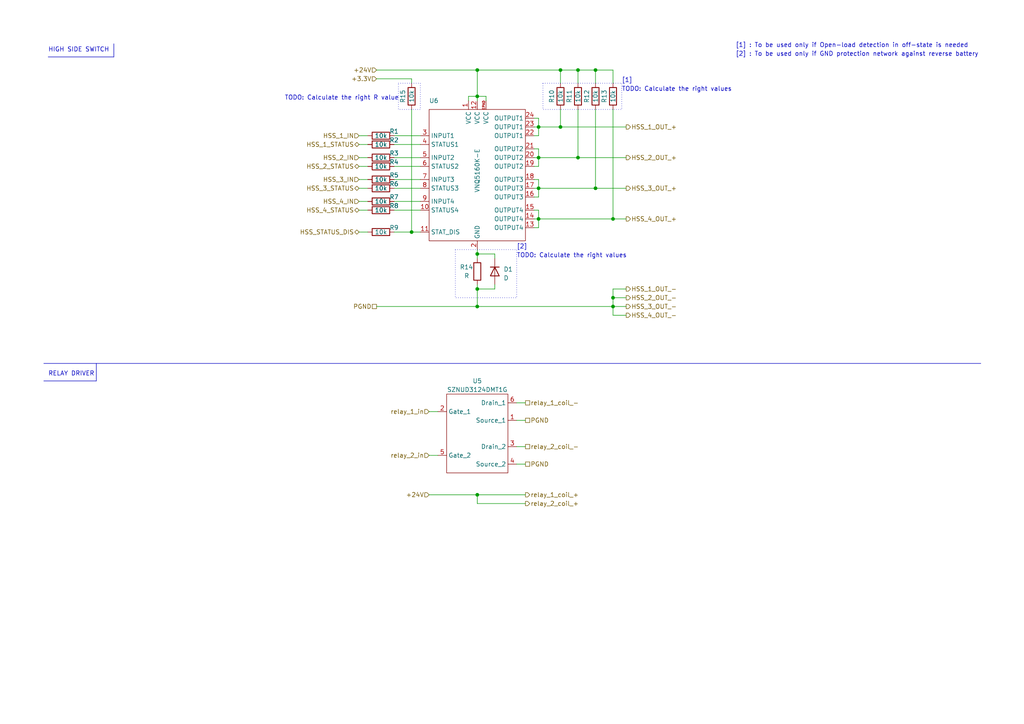
<source format=kicad_sch>
(kicad_sch (version 20230121) (generator eeschema)
  (paper "A4")
  (lib_symbols
    (symbol "180_active_driver_relay:SZNUD3124DMT1G"
      (property "Reference" "U" (at -7.62 12.7 0))
      (property "Value" "SZNUD3124DMT1G" (at 0 -12.7 0))
      (symbol "SZNUD3124DMT1G_0_1"
        (rectangle (start -8.89 11.43) (end 8.89 -11.43))
      )
      (symbol "SZNUD3124DMT1G_1_1"
        (pin output line (at 11.43 3.81 180) (length 2.54) (name "Source_1") (number "1"))
        (pin input line (at -11.43 6.35 0) (length 2.54) (name "Gate_1") (number "2"))
        (pin input line (at 11.43 -3.81 180) (length 2.54) (name "Drain_2") (number "3"))
        (pin output line (at 11.43 -8.89 180) (length 2.54) (name "Source_2") (number "4"))
        (pin input line (at -11.43 -6.35 0) (length 2.54) (name "Gate_2") (number "5"))
        (pin input line (at 11.43 8.89 180) (length 2.54) (name "Drain_1") (number "6"))
      )
    )
    (symbol "190_active_high_side_switches:VNQ5160K"
      (property "Reference" "U" (at -13.97 20.32 0))
      (property "Value" "VNQ5160K-E" (at 0 0 90))
      (symbol "VNQ5160K_0_1"
        (rectangle (start -13.97 17.78) (end 13.97 -20.32))
      )
      (symbol "VNQ5160K_1_1"
        (pin power_in line (at -2.54 20.32 270) (length 2.54) (name "VCC") (number "1"))
        (pin open_collector line (at -16.51 -11.43 0) (length 2.54) (name "STATUS4") (number "10"))
        (pin input line (at -16.51 -17.78 0) (length 2.54) (name "STAT_DIS") (number "11"))
        (pin power_in line (at 0 20.32 270) (length 2.54) (name "VCC") (number "12"))
        (pin power_out line (at 16.51 -16.51 180) (length 2.54) (name "OUTPUT4") (number "13"))
        (pin power_out line (at 16.51 -13.97 180) (length 2.54) (name "OUTPUT4") (number "14"))
        (pin power_out line (at 16.51 -11.43 180) (length 2.54) (name "OUTPUT4") (number "15"))
        (pin power_out line (at 16.51 -7.62 180) (length 2.54) (name "OUTPUT3") (number "16"))
        (pin power_out line (at 16.51 -5.08 180) (length 2.54) (name "OUTPUT3") (number "17"))
        (pin power_out line (at 16.51 -2.54 180) (length 2.54) (name "OUTPUT3") (number "18"))
        (pin power_out line (at 16.51 1.27 180) (length 2.54) (name "OUTPUT2") (number "19"))
        (pin passive line (at 0 -22.86 90) (length 2.54) (name "GND") (number "2"))
        (pin power_out line (at 16.51 3.81 180) (length 2.54) (name "OUTPUT2") (number "20"))
        (pin power_out line (at 16.51 6.35 180) (length 2.54) (name "OUTPUT2") (number "21"))
        (pin power_out line (at 16.51 10.16 180) (length 2.54) (name "OUTPUT1") (number "22"))
        (pin power_out line (at 16.51 12.7 180) (length 2.54) (name "OUTPUT1") (number "23"))
        (pin power_out line (at 16.51 15.24 180) (length 2.54) (name "OUTPUT1") (number "24"))
        (pin input line (at -16.51 10.16 0) (length 2.54) (name "INPUT1") (number "3"))
        (pin open_collector line (at -16.51 7.62 0) (length 2.54) (name "STATUS1") (number "4"))
        (pin input line (at -16.51 3.81 0) (length 2.54) (name "INPUT2") (number "5"))
        (pin open_collector line (at -16.51 1.27 0) (length 2.54) (name "STATUS2") (number "6"))
        (pin input line (at -16.51 -2.54 0) (length 2.54) (name "INPUT3") (number "7"))
        (pin open_collector line (at -16.51 -5.08 0) (length 2.54) (name "STATUS3") (number "8"))
        (pin input line (at -16.51 -8.89 0) (length 2.54) (name "INPUT4") (number "9"))
        (pin power_in line (at 2.54 20.32 270) (length 2.54) (name "VCC") (number "EPAD"))
      )
    )
    (symbol "Device:D" (pin_numbers hide) (pin_names (offset 1.016) hide)
      (property "Reference" "D" (at 0 2.54 0))
      (property "Value" "D" (at 0 -2.54 0))
      (symbol "D_0_1"
        (polyline (pts (xy -1.27 1.27) (xy -1.27 -1.27)) (stroke (width 0.254)))
        (polyline (pts (xy 1.27 0) (xy -1.27 0)))
        (polyline (pts (xy 1.27 1.27) (xy 1.27 -1.27) (xy -1.27 0) (xy 1.27 1.27)) (stroke (width 0.254)))
      )
      (symbol "D_1_1"
        (pin passive line (at -3.81 0 0) (length 2.54) (name "K") (number "1"))
        (pin passive line (at 3.81 0 180) (length 2.54) (name "A") (number "2"))
      )
    )
    (symbol "Device:R" (pin_numbers hide) (pin_names (offset 0))
      (property "Reference" "R" (at 2.032 0 90))
      (property "Value" "R" (at 0 0 90))
      (symbol "R_0_1"
        (rectangle (start -1.016 -2.54) (end 1.016 2.54) (stroke (width 0.254)))
      )
      (symbol "R_1_1"
        (pin passive line (at 0 3.81 270) (length 1.27) (name "~") (number "1"))
        (pin passive line (at 0 -3.81 90) (length 1.27) (name "~") (number "2"))
      )
    )
  )
  (junction (at 138.43 143.51))
  (junction (at 177.8 86.36))
  (junction (at 172.72 20.32))
  (junction (at 156.21 45.72))
  (junction (at 162.56 36.83))
  (junction (at 177.8 63.5))
  (junction (at 162.56 20.32))
  (junction (at 177.8 88.9))
  (junction (at 138.43 27.94))
  (junction (at 156.21 36.83))
  (junction (at 167.64 45.72))
  (junction (at 119.38 67.31))
  (junction (at 138.43 20.32))
  (junction (at 138.43 73.66))
  (junction (at 167.64 20.32))
  (junction (at 138.43 83.82))
  (junction (at 156.21 63.5))
  (junction (at 172.72 54.61))
  (junction (at 156.21 54.61))
  (junction (at 138.43 88.9))
  (wire (pts (xy 156.21 60.96) (xy 156.21 63.5)))
  (wire (pts (xy 154.94 54.61) (xy 156.21 54.61)))
  (wire (pts (xy 114.3 52.07) (xy 121.92 52.07)))
  (wire (pts (xy 138.43 83.82) (xy 138.43 88.9)))
  (wire (pts (xy 167.64 31.75) (xy 167.64 45.72)))
  (wire (pts (xy 154.94 66.04) (xy 156.21 66.04)))
  (wire (pts (xy 156.21 34.29) (xy 156.21 36.83)))
  (wire (pts (xy 143.51 73.66) (xy 138.43 73.66)))
  (wire (pts (xy 138.43 143.51) (xy 138.43 146.05)))
  (wire (pts (xy 156.21 54.61) (xy 156.21 57.15)))
  (wire (pts (xy 149.86 129.54) (xy 152.4 129.54)))
  (wire (pts (xy 156.21 43.18) (xy 156.21 45.72)))
  (wire (pts (xy 156.21 36.83) (xy 162.56 36.83)))
  (wire (pts (xy 138.43 20.32) (xy 162.56 20.32)))
  (wire (pts (xy 140.97 29.21) (xy 140.97 27.94)))
  (wire (pts (xy 109.22 20.32) (xy 138.43 20.32)))
  (wire (pts (xy 104.14 52.07) (xy 106.68 52.07)))
  (polyline (pts (xy 33.02 12.7) (xy 33.02 16.51)))
  (wire (pts (xy 124.46 132.08) (xy 127 132.08)))
  (wire (pts (xy 109.22 88.9) (xy 138.43 88.9)))
  (wire (pts (xy 149.86 116.84) (xy 152.4 116.84)))
  (wire (pts (xy 104.14 58.42) (xy 106.68 58.42)))
  (wire (pts (xy 104.14 48.26) (xy 106.68 48.26)))
  (polyline (pts (xy 12.7 110.49) (xy 27.94 110.49)))
  (wire (pts (xy 167.64 20.32) (xy 172.72 20.32)))
  (wire (pts (xy 177.8 83.82) (xy 177.8 86.36)))
  (wire (pts (xy 135.89 27.94) (xy 135.89 29.21)))
  (wire (pts (xy 177.8 20.32) (xy 177.8 24.13)))
  (polyline (pts (xy 27.94 105.41) (xy 27.94 110.49)))
  (wire (pts (xy 154.94 45.72) (xy 156.21 45.72)))
  (wire (pts (xy 138.43 83.82) (xy 138.43 82.55)))
  (wire (pts (xy 162.56 20.32) (xy 162.56 24.13)))
  (wire (pts (xy 114.3 58.42) (xy 121.92 58.42)))
  (wire (pts (xy 172.72 31.75) (xy 172.72 54.61)))
  (wire (pts (xy 114.3 41.91) (xy 121.92 41.91)))
  (wire (pts (xy 177.8 63.5) (xy 181.61 63.5)))
  (wire (pts (xy 114.3 45.72) (xy 121.92 45.72)))
  (wire (pts (xy 104.14 54.61) (xy 106.68 54.61)))
  (wire (pts (xy 124.46 119.38) (xy 127 119.38)))
  (wire (pts (xy 154.94 39.37) (xy 156.21 39.37)))
  (wire (pts (xy 149.86 121.92) (xy 152.4 121.92)))
  (wire (pts (xy 124.46 143.51) (xy 138.43 143.51)))
  (wire (pts (xy 162.56 20.32) (xy 167.64 20.32)))
  (wire (pts (xy 149.86 134.62) (xy 152.4 134.62)))
  (wire (pts (xy 167.64 45.72) (xy 181.61 45.72)))
  (wire (pts (xy 104.14 39.37) (xy 106.68 39.37)))
  (wire (pts (xy 114.3 60.96) (xy 121.92 60.96)))
  (wire (pts (xy 104.14 41.91) (xy 106.68 41.91)))
  (wire (pts (xy 177.8 86.36) (xy 181.61 86.36)))
  (wire (pts (xy 114.3 54.61) (xy 121.92 54.61)))
  (polyline (pts (xy 12.7 105.41) (xy 284.48 105.41)))
  (wire (pts (xy 119.38 31.75) (xy 119.38 67.31)))
  (wire (pts (xy 109.22 22.86) (xy 119.38 22.86)))
  (wire (pts (xy 156.21 54.61) (xy 172.72 54.61)))
  (wire (pts (xy 156.21 36.83) (xy 156.21 39.37)))
  (wire (pts (xy 138.43 27.94) (xy 140.97 27.94)))
  (wire (pts (xy 138.43 74.93) (xy 138.43 73.66)))
  (polyline (pts (xy 13.97 16.51) (xy 33.02 16.51)))
  (wire (pts (xy 156.21 63.5) (xy 156.21 66.04)))
  (wire (pts (xy 181.61 83.82) (xy 177.8 83.82)))
  (wire (pts (xy 154.94 36.83) (xy 156.21 36.83)))
  (wire (pts (xy 162.56 31.75) (xy 162.56 36.83)))
  (wire (pts (xy 104.14 60.96) (xy 106.68 60.96)))
  (wire (pts (xy 162.56 36.83) (xy 181.61 36.83)))
  (wire (pts (xy 138.43 20.32) (xy 138.43 27.94)))
  (wire (pts (xy 143.51 82.55) (xy 143.51 83.82)))
  (wire (pts (xy 119.38 22.86) (xy 119.38 24.13)))
  (wire (pts (xy 154.94 63.5) (xy 156.21 63.5)))
  (wire (pts (xy 156.21 45.72) (xy 156.21 48.26)))
  (wire (pts (xy 143.51 74.93) (xy 143.51 73.66)))
  (wire (pts (xy 177.8 91.44) (xy 181.61 91.44)))
  (wire (pts (xy 154.94 43.18) (xy 156.21 43.18)))
  (wire (pts (xy 154.94 57.15) (xy 156.21 57.15)))
  (wire (pts (xy 104.14 67.31) (xy 106.68 67.31)))
  (wire (pts (xy 119.38 67.31) (xy 121.92 67.31)))
  (wire (pts (xy 104.14 45.72) (xy 106.68 45.72)))
  (wire (pts (xy 154.94 48.26) (xy 156.21 48.26)))
  (wire (pts (xy 167.64 20.32) (xy 167.64 24.13)))
  (wire (pts (xy 138.43 146.05) (xy 152.4 146.05)))
  (wire (pts (xy 172.72 20.32) (xy 177.8 20.32)))
  (wire (pts (xy 138.43 83.82) (xy 143.51 83.82)))
  (wire (pts (xy 172.72 54.61) (xy 181.61 54.61)))
  (wire (pts (xy 177.8 31.75) (xy 177.8 63.5)))
  (wire (pts (xy 154.94 34.29) (xy 156.21 34.29)))
  (wire (pts (xy 172.72 20.32) (xy 172.72 24.13)))
  (wire (pts (xy 138.43 27.94) (xy 138.43 29.21)))
  (wire (pts (xy 177.8 88.9) (xy 181.61 88.9)))
  (wire (pts (xy 156.21 45.72) (xy 167.64 45.72)))
  (wire (pts (xy 156.21 52.07) (xy 156.21 54.61)))
  (wire (pts (xy 114.3 48.26) (xy 121.92 48.26)))
  (wire (pts (xy 154.94 60.96) (xy 156.21 60.96)))
  (wire (pts (xy 114.3 67.31) (xy 119.38 67.31)))
  (wire (pts (xy 138.43 88.9) (xy 177.8 88.9)))
  (wire (pts (xy 138.43 27.94) (xy 135.89 27.94)))
  (wire (pts (xy 154.94 52.07) (xy 156.21 52.07)))
  (wire (pts (xy 177.8 88.9) (xy 177.8 86.36)))
  (wire (pts (xy 138.43 73.66) (xy 138.43 72.39)))
  (wire (pts (xy 138.43 143.51) (xy 152.4 143.51)))
  (wire (pts (xy 156.21 63.5) (xy 177.8 63.5)))
  (wire (pts (xy 177.8 91.44) (xy 177.8 88.9)))
  (wire (pts (xy 114.3 39.37) (xy 121.92 39.37)))
  (rectangle (start 157.48 24.13) (end 180.34 31.75) (stroke (width 0) (type dot)))
  (rectangle (start 132.08 72.39) (end 149.86 86.36) (stroke (width 0) (type dot)))
  (rectangle (start 115.57 24.13) (end 121.92 31.75) (stroke (width 0) (type dot)))
  (text "HIGH SIDE SWITCH" (at 13.97 15.24 0) (effects (font (size 1.27 1.27)) (justify left bottom)))
  (text "[2]" (at 149.86 72.39 0) (effects (font (size 1.27 1.27)) (justify left bottom)))
  (text "[1] : To be used only if Open-load detection in off-state is needed" (at 213.36 13.97 0) (effects (font (size 1.27 1.27)) (justify left bottom)))
  (text "[1]" (at 180.34 24.13 0) (effects (font (size 1.27 1.27)) (justify left bottom)))
  (text "RELAY DRIVER" (at 13.97 109.22 0) (effects (font (size 1.27 1.27)) (justify left bottom)))
  (text "TODO: Calculate the right values" (at 149.86 74.93 0) (effects (font (size 1.27 1.27)) (justify left bottom)))
  (text "TODO: Calculate the right R value\n" (at 82.55 29.21 0) (effects (font (size 1.27 1.27)) (justify left bottom)))
  (text "TODO: Calculate the right values" (at 180.34 26.67 0) (effects (font (size 1.27 1.27)) (justify left bottom)))
  (text "[2] : To be used only if GND protection network against reverse battery" (at 213.36 16.51 0) (effects (font (size 1.27 1.27)) (justify left bottom)))
  (hierarchical_label "relay_1_in" (shape input) (at 124.46 119.38 180))
  (hierarchical_label "HSS_3_IN" (shape input) (at 104.14 52.07 180))
  (hierarchical_label "HSS_1_OUT_+" (shape output) (at 181.61 36.83 0))
  (hierarchical_label "HSS_1_STATUS" (shape bidirectional) (at 104.14 41.91 180))
  (hierarchical_label "HSS_4_IN" (shape input) (at 104.14 58.42 180))
  (hierarchical_label "HSS_3_STATUS" (shape bidirectional) (at 104.14 54.61 180))
  (hierarchical_label "HSS_STATUS_DIS" (shape bidirectional) (at 104.14 67.31 180))
  (hierarchical_label "HSS_1_IN" (shape input) (at 104.14 39.37 180))
  (hierarchical_label "+24V" (shape input) (at 124.46 143.51 180))
  (hierarchical_label "HSS_3_OUT_-" (shape output) (at 181.61 88.9 0))
  (hierarchical_label "HSS_1_OUT_-" (shape output) (at 181.61 83.82 0))
  (hierarchical_label "HSS_2_OUT_-" (shape output) (at 181.61 86.36 0))
  (hierarchical_label "PGND" (shape passive) (at 152.4 134.62 0))
  (hierarchical_label "HSS_4_OUT_-" (shape output) (at 181.61 91.44 0))
  (hierarchical_label "HSS_2_IN" (shape input) (at 104.14 45.72 180))
  (hierarchical_label "relay_2_in" (shape input) (at 124.46 132.08 180))
  (hierarchical_label "HSS_4_OUT_+" (shape output) (at 181.61 63.5 0))
  (hierarchical_label "relay_1_coil_+" (shape output) (at 152.4 143.51 0))
  (hierarchical_label "HSS_4_STATUS" (shape bidirectional) (at 104.14 60.96 180))
  (hierarchical_label "HSS_2_OUT_+" (shape output) (at 181.61 45.72 0))
  (hierarchical_label "PGND" (shape passive) (at 109.22 88.9 180))
  (hierarchical_label "HSS_3_OUT_+" (shape output) (at 181.61 54.61 0))
  (hierarchical_label "relay_1_coil_-" (shape passive) (at 152.4 116.84 0))
  (hierarchical_label "PGND" (shape passive) (at 152.4 121.92 0))
  (hierarchical_label "+3.3V" (shape input) (at 109.22 22.86 180))
  (hierarchical_label "relay_2_coil_-" (shape passive) (at 152.4 129.54 0))
  (hierarchical_label "HSS_2_STATUS" (shape bidirectional) (at 104.14 48.26 180))
  (hierarchical_label "relay_2_coil_+" (shape output) (at 152.4 146.05 0))
  (hierarchical_label "+24V" (shape input) (at 109.22 20.32 180))
  (symbol (lib_id "Device:R") (at 110.49 52.07 90) (unit 1)
    (property "Reference" "R5" (at 114.3 50.8 90))
    (property "Value" "10k" (at 110.49 52.07 90))
    (property "Footprint" "Resistor_SMD:R_0603_1608Metric_Pad0.98x0.95mm_HandSolder" (effects hide))
    (property "man" "yageo" (effects hide))
    (property "man_no" "RC0603FR-0710KL" (effects hide))
    (property "disti" "digikey" (effects hide))
    (property "disti_no" "311-10.0KHRTR-ND" (effects hide))
  )
  (symbol (lib_id "190_active_high_side_switches:VNQ5160K") (at 138.43 49.53 0) (unit 1)
    (property "Reference" "U6" (at 124.46 29.21 0) (effects (justify left)))
    (property "Value" "VNQ5160K-E" (at 138.43 55.88 90) (effects (justify left)))
    (property "Footprint" "190_active_high_side_switches:VNQ5160K-E" (effects hide))
    (property "Datasheet" "https://www.st.com/content/ccc/resource/technical/document/datasheet/ff/f9/e1/e4/0c/31/41/16/CD00154711.pdf/files/CD00154711.pdf/jcr:content/translations/en.CD00154711.pdf" (effects hide))
    (property "man" "stm" (effects hide))
    (property "man_no" "VNQ5160K-E" (effects hide))
    (property "disti" "digikey" (effects hide))
    (property "disti_no" "497-19759-ND" (effects hide))
  )
  (symbol (lib_id "Device:R") (at 119.38 27.94 180) (unit 1)
    (property "Reference" "R15" (at 116.84 27.94 90))
    (property "Value" "10k" (at 119.38 27.94 90))
    (property "Footprint" "Resistor_SMD:R_0603_1608Metric_Pad0.98x0.95mm_HandSolder" (effects hide))
    (property "man" "yageo" (effects hide))
    (property "man_no" "RC0603FR-0710KL" (effects hide))
    (property "disti" "digikey" (effects hide))
    (property "disti_no" "311-10.0KHRTR-ND" (effects hide))
  )
  (symbol (lib_id "Device:R") (at 110.49 41.91 90) (unit 1)
    (property "Reference" "R2" (at 114.3 40.64 90))
    (property "Value" "10k" (at 110.49 41.91 90))
    (property "Footprint" "Resistor_SMD:R_0603_1608Metric_Pad0.98x0.95mm_HandSolder" (effects hide))
    (property "man" "yageo" (effects hide))
    (property "man_no" "RC0603FR-0710KL" (effects hide))
    (property "disti" "digikey" (effects hide))
    (property "disti_no" "311-10.0KHRTR-ND" (effects hide))
  )
  (symbol (lib_id "Device:R") (at 110.49 48.26 90) (unit 1)
    (property "Reference" "R4" (at 114.3 46.99 90))
    (property "Value" "10k" (at 110.49 48.26 90))
    (property "Footprint" "Resistor_SMD:R_0603_1608Metric_Pad0.98x0.95mm_HandSolder" (effects hide))
    (property "man" "yageo" (effects hide))
    (property "man_no" "RC0603FR-0710KL" (effects hide))
    (property "disti" "digikey" (effects hide))
    (property "disti_no" "311-10.0KHRTR-ND" (effects hide))
  )
  (symbol (lib_id "Device:D") (at 143.51 78.74 270) (unit 1)
    (property "Reference" "D1" (at 146.05 78.105 90) (effects (justify left)))
    (property "Value" "D" (at 146.05 80.645 90) (effects (justify left)))
  )
  (symbol (lib_id "Device:R") (at 110.49 39.37 90) (unit 1)
    (property "Reference" "R1" (at 114.3 38.1 90))
    (property "Value" "10k" (at 110.49 39.37 90))
    (property "Footprint" "Resistor_SMD:R_0603_1608Metric_Pad0.98x0.95mm_HandSolder" (effects hide))
    (property "man" "yageo" (effects hide))
    (property "man_no" "RC0603FR-0710KL" (effects hide))
    (property "disti" "digikey" (effects hide))
    (property "disti_no" "311-10.0KHRTR-ND" (effects hide))
  )
  (symbol (lib_id "Device:R") (at 138.43 78.74 0) (unit 1)
    (property "Reference" "R14" (at 133.35 77.47 0) (effects (justify left)))
    (property "Value" "R" (at 134.62 80.01 0) (effects (justify left)))
  )
  (symbol (lib_id "Device:R") (at 167.64 27.94 180) (unit 1)
    (property "Reference" "R11" (at 165.1 27.94 90))
    (property "Value" "10k" (at 167.64 27.94 90))
    (property "Footprint" "Resistor_SMD:R_0603_1608Metric_Pad0.98x0.95mm_HandSolder" (effects hide))
    (property "man" "yageo" (effects hide))
    (property "man_no" "RC0603FR-0710KL" (effects hide))
    (property "disti" "digikey" (effects hide))
    (property "disti_no" "311-10.0KHRTR-ND" (effects hide))
  )
  (symbol (lib_id "Device:R") (at 110.49 58.42 90) (unit 1)
    (property "Reference" "R7" (at 114.3 57.15 90))
    (property "Value" "10k" (at 110.49 58.42 90))
    (property "Footprint" "Resistor_SMD:R_0603_1608Metric_Pad0.98x0.95mm_HandSolder" (effects hide))
    (property "man" "yageo" (effects hide))
    (property "man_no" "RC0603FR-0710KL" (effects hide))
    (property "disti" "digikey" (effects hide))
    (property "disti_no" "311-10.0KHRTR-ND" (effects hide))
  )
  (symbol (lib_id "Device:R") (at 172.72 27.94 180) (unit 1)
    (property "Reference" "R12" (at 170.18 27.94 90))
    (property "Value" "10k" (at 172.72 27.94 90))
    (property "Footprint" "Resistor_SMD:R_0603_1608Metric_Pad0.98x0.95mm_HandSolder" (effects hide))
    (property "man" "yageo" (effects hide))
    (property "man_no" "RC0603FR-0710KL" (effects hide))
    (property "disti" "digikey" (effects hide))
    (property "disti_no" "311-10.0KHRTR-ND" (effects hide))
  )
  (symbol (lib_id "180_active_driver_relay:SZNUD3124DMT1G") (at 138.43 125.73 0) (unit 1)
    (property "Reference" "U5" (at 138.43 110.49 0))
    (property "Value" "SZNUD3124DMT1G" (at 138.43 113.03 0))
    (property "Footprint" "Package_SO:SC-74-6_1.5x2.9mm_P0.95mm" (effects hide))
    (property "Datasheet" "https://www.onsemi.com/pdf/datasheet/nud3124-d.pdf" (effects hide))
    (property "man" "onsemi" (effects hide))
    (property "man_no" "SZNUD3124DMT1G" (effects hide))
    (property "dist" "digikey" (effects hide))
    (property "dist_no" "SZNUD3124DMT1GOSTR-ND" (effects hide))
  )
  (symbol (lib_id "Device:R") (at 162.56 27.94 180) (unit 1)
    (property "Reference" "R10" (at 160.02 27.94 90))
    (property "Value" "10k" (at 162.56 27.94 90))
    (property "Footprint" "Resistor_SMD:R_0603_1608Metric_Pad0.98x0.95mm_HandSolder" (effects hide))
    (property "man" "yageo" (effects hide))
    (property "man_no" "RC0603FR-0710KL" (effects hide))
    (property "disti" "digikey" (effects hide))
    (property "disti_no" "311-10.0KHRTR-ND" (effects hide))
  )
  (symbol (lib_id "Device:R") (at 177.8 27.94 180) (unit 1)
    (property "Reference" "R13" (at 175.26 27.94 90))
    (property "Value" "10k" (at 177.8 27.94 90))
    (property "Footprint" "Resistor_SMD:R_0603_1608Metric_Pad0.98x0.95mm_HandSolder" (effects hide))
    (property "man" "yageo" (effects hide))
    (property "man_no" "RC0603FR-0710KL" (effects hide))
    (property "disti" "digikey" (effects hide))
    (property "disti_no" "311-10.0KHRTR-ND" (effects hide))
  )
  (symbol (lib_id "Device:R") (at 110.49 67.31 90) (unit 1)
    (property "Reference" "R9" (at 114.3 66.04 90))
    (property "Value" "10k" (at 110.49 67.31 90))
    (property "Footprint" "Resistor_SMD:R_0603_1608Metric_Pad0.98x0.95mm_HandSolder" (effects hide))
    (property "man" "yageo" (effects hide))
    (property "man_no" "RC0603FR-0710KL" (effects hide))
    (property "disti" "digikey" (effects hide))
    (property "disti_no" "311-10.0KHRTR-ND" (effects hide))
  )
  (symbol (lib_id "Device:R") (at 110.49 54.61 90) (unit 1)
    (property "Reference" "R6" (at 114.3 53.34 90))
    (property "Value" "10k" (at 110.49 54.61 90))
    (property "Footprint" "Resistor_SMD:R_0603_1608Metric_Pad0.98x0.95mm_HandSolder" (effects hide))
    (property "man" "yageo" (effects hide))
    (property "man_no" "RC0603FR-0710KL" (effects hide))
    (property "disti" "digikey" (effects hide))
    (property "disti_no" "311-10.0KHRTR-ND" (effects hide))
  )
  (symbol (lib_id "Device:R") (at 110.49 45.72 90) (unit 1)
    (property "Reference" "R3" (at 114.3 44.45 90))
    (property "Value" "10k" (at 110.49 45.72 90))
    (property "Footprint" "Resistor_SMD:R_0603_1608Metric_Pad0.98x0.95mm_HandSolder" (effects hide))
    (property "man" "yageo" (effects hide))
    (property "man_no" "RC0603FR-0710KL" (effects hide))
    (property "disti" "digikey" (effects hide))
    (property "disti_no" "311-10.0KHRTR-ND" (effects hide))
  )
  (symbol (lib_id "Device:R") (at 110.49 60.96 90) (unit 1)
    (property "Reference" "R8" (at 114.3 59.69 90))
    (property "Value" "10k" (at 110.49 60.96 90))
    (property "Footprint" "Resistor_SMD:R_0603_1608Metric_Pad0.98x0.95mm_HandSolder" (effects hide))
    (property "man" "yageo" (effects hide))
    (property "man_no" "RC0603FR-0710KL" (effects hide))
    (property "disti" "digikey" (effects hide))
    (property "disti_no" "311-10.0KHRTR-ND" (effects hide))
  )
)
</source>
